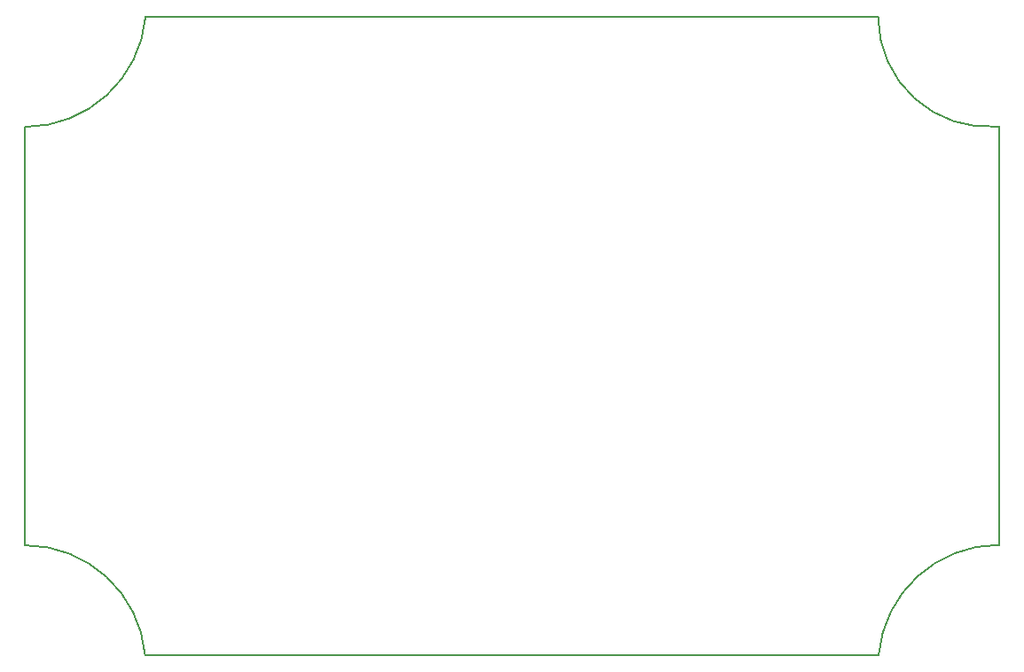
<source format=gko>
G04 #@! TF.FileFunction,Profile,NP*
%FSLAX46Y46*%
G04 Gerber Fmt 4.6, Leading zero omitted, Abs format (unit mm)*
G04 Created by KiCad (PCBNEW 4.0.6) date 01/16/18 14:36:03*
%MOMM*%
%LPD*%
G01*
G04 APERTURE LIST*
%ADD10C,0.100000*%
%ADD11C,0.150000*%
G04 APERTURE END LIST*
D10*
D11*
X58500000Y-89543396D02*
G75*
G03X70000000Y-79000000I0J11543396D01*
G01*
X69956374Y-139999248D02*
G75*
G03X58500000Y-129500000I-11456374J-1000752D01*
G01*
X151500000Y-129456604D02*
G75*
G03X140000000Y-140000000I0J-11543396D01*
G01*
X139952488Y-79000000D02*
G75*
G03X151500000Y-89500000I10547512J0D01*
G01*
X58500000Y-89545000D02*
X58500000Y-129500000D01*
X151500000Y-89500000D02*
X151500000Y-129455000D01*
X70000000Y-79000000D02*
X139950000Y-79000000D01*
X69955000Y-140000000D02*
X140000000Y-140000000D01*
M02*

</source>
